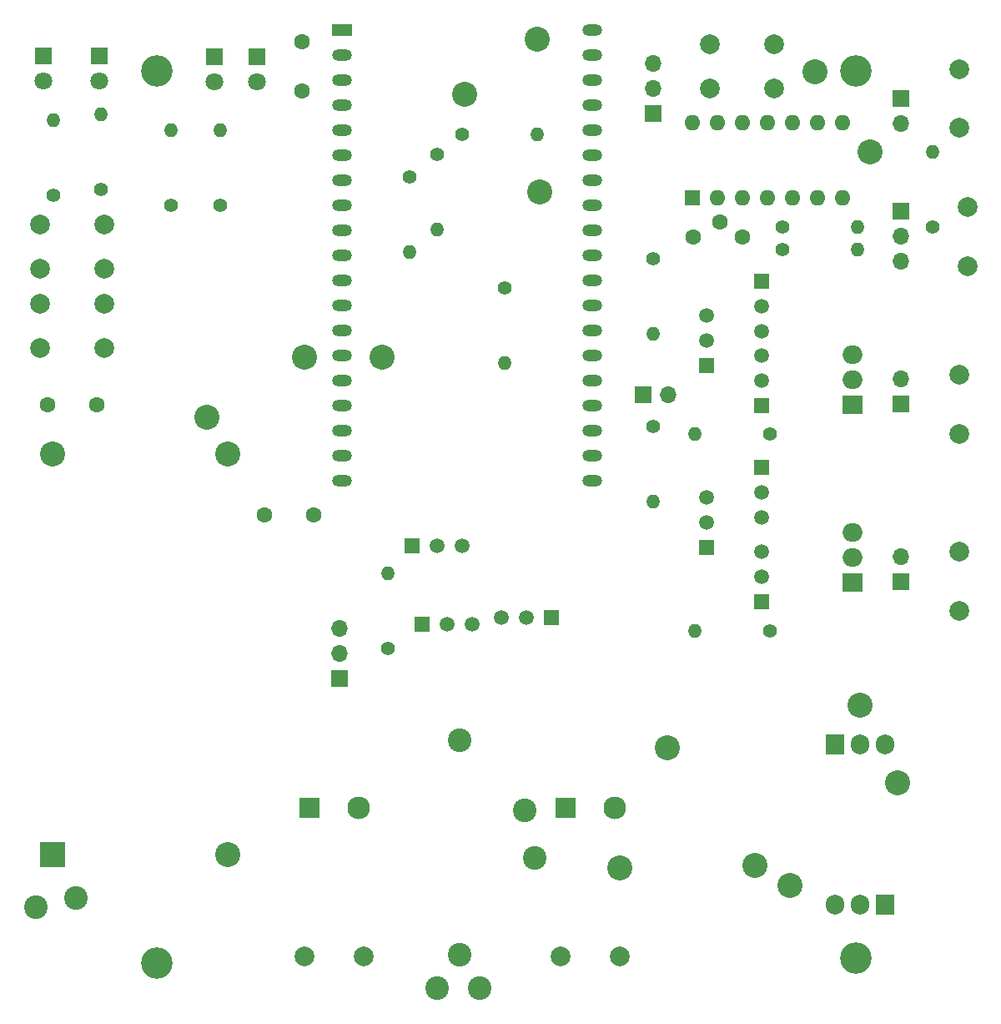
<source format=gbr>
%TF.GenerationSoftware,KiCad,Pcbnew,7.0.1-3b83917a11~172~ubuntu22.04.1*%
%TF.CreationDate,2023-05-23T10:59:46-03:00*%
%TF.ProjectId,adega_iot,61646567-615f-4696-9f74-2e6b69636164,rev?*%
%TF.SameCoordinates,Original*%
%TF.FileFunction,Soldermask,Bot*%
%TF.FilePolarity,Negative*%
%FSLAX46Y46*%
G04 Gerber Fmt 4.6, Leading zero omitted, Abs format (unit mm)*
G04 Created by KiCad (PCBNEW 7.0.1-3b83917a11~172~ubuntu22.04.1) date 2023-05-23 10:59:46*
%MOMM*%
%LPD*%
G01*
G04 APERTURE LIST*
%ADD10R,1.600000X1.600000*%
%ADD11O,1.600000X1.600000*%
%ADD12C,2.540000*%
%ADD13R,1.800000X1.800000*%
%ADD14C,1.800000*%
%ADD15R,1.500000X1.500000*%
%ADD16C,1.500000*%
%ADD17C,2.000000*%
%ADD18C,1.400000*%
%ADD19O,1.400000X1.400000*%
%ADD20C,2.400000*%
%ADD21C,1.600000*%
%ADD22R,1.700000X1.700000*%
%ADD23O,1.700000X1.700000*%
%ADD24C,3.200000*%
%ADD25R,2.000000X1.905000*%
%ADD26O,2.000000X1.905000*%
%ADD27R,2.100000X2.100000*%
%ADD28C,2.300000*%
%ADD29R,2.000000X1.200000*%
%ADD30O,2.000000X1.200000*%
%ADD31R,2.540000X2.540000*%
%ADD32R,1.905000X2.000000*%
%ADD33O,1.905000X2.000000*%
G04 APERTURE END LIST*
D10*
%TO.C,U1*%
X68840000Y-17875000D03*
D11*
X71380000Y-17875000D03*
X73920000Y-17875000D03*
X76460000Y-17875000D03*
X79000000Y-17875000D03*
X81540000Y-17875000D03*
X84080000Y-17875000D03*
X84080000Y-10255000D03*
X81540000Y-10255000D03*
X79000000Y-10255000D03*
X76460000Y-10255000D03*
X73920000Y-10255000D03*
X71380000Y-10255000D03*
X68840000Y-10255000D03*
%TD*%
D12*
%TO.C,*%
X66316000Y-73660000D03*
%TD*%
D13*
%TO.C,D2*%
X8658000Y-3523440D03*
D14*
X8658000Y-6063440D03*
%TD*%
D15*
%TO.C,Q5*%
X54540000Y-60460000D03*
D16*
X52000000Y-60460000D03*
X49460000Y-60460000D03*
%TD*%
D12*
%TO.C,*%
X89684000Y-77216000D03*
%TD*%
%TO.C,*%
X29486000Y-34036000D03*
%TD*%
D17*
%TO.C,H1*%
X96000000Y-10820000D03*
%TD*%
%TO.C,SW3*%
X77186000Y-6822000D03*
X70686000Y-6822000D03*
X77186000Y-2322000D03*
X70686000Y-2322000D03*
%TD*%
%TO.C,H8*%
X35500000Y-94820000D03*
%TD*%
D18*
%TO.C,R11*%
X76730000Y-61875000D03*
D19*
X69110000Y-61875000D03*
%TD*%
D18*
%TO.C,R12*%
X64920000Y-24065000D03*
D19*
X64920000Y-31685000D03*
%TD*%
D12*
%TO.C,*%
X19580000Y-40132000D03*
%TD*%
%TO.C,*%
X45742000Y-7366000D03*
%TD*%
D20*
%TO.C,*%
X52854000Y-84836000D03*
%TD*%
D12*
%TO.C,*%
X53362000Y-17272000D03*
%TD*%
D15*
%TO.C,Q10*%
X70280000Y-53415000D03*
D16*
X70280000Y-50875000D03*
X70280000Y-48335000D03*
%TD*%
D15*
%TO.C,Q8*%
X70280000Y-34955000D03*
D16*
X70280000Y-32415000D03*
X70280000Y-29875000D03*
%TD*%
D21*
%TO.C,*%
X71650000Y-20320000D03*
%TD*%
D17*
%TO.C,H4*%
X96796000Y-18820000D03*
%TD*%
%TO.C,H12*%
X96000000Y-59820000D03*
%TD*%
D18*
%TO.C,R3*%
X4060000Y-17685000D03*
D19*
X4060000Y-10065000D03*
%TD*%
D12*
%TO.C,*%
X81302000Y-5080000D03*
%TD*%
D18*
%TO.C,R10*%
X76730000Y-41875000D03*
D19*
X69110000Y-41875000D03*
%TD*%
D18*
%TO.C,R4*%
X8820000Y-17010000D03*
D19*
X8820000Y-9390000D03*
%TD*%
D17*
%TO.C,H6*%
X55500000Y-94820000D03*
%TD*%
D15*
%TO.C,Q6*%
X75920000Y-38955000D03*
D16*
X75920000Y-36415000D03*
X75920000Y-33875000D03*
%TD*%
D12*
%TO.C,*%
X86890000Y-13208000D03*
%TD*%
D18*
%TO.C,R2*%
X42948000Y-13462000D03*
D19*
X42948000Y-21082000D03*
%TD*%
D15*
%TO.C,Q11*%
X75920000Y-45255000D03*
D16*
X75920000Y-47795000D03*
X75920000Y-50335000D03*
%TD*%
D18*
%TO.C,R16*%
X93240000Y-20828000D03*
D19*
X93240000Y-13208000D03*
%TD*%
D12*
%TO.C,*%
X53108000Y-1778000D03*
%TD*%
D22*
%TO.C,J1*%
X90000000Y-19280000D03*
D23*
X90000000Y-21820000D03*
X90000000Y-24360000D03*
%TD*%
D17*
%TO.C,H5*%
X29500000Y-94820000D03*
%TD*%
D20*
%TO.C,*%
X2220000Y-89900000D03*
%TD*%
D24*
%TO.C,H15*%
X85500000Y-95000000D03*
%TD*%
D17*
%TO.C,H2*%
X96796000Y-24820000D03*
%TD*%
D22*
%TO.C,J6*%
X64920000Y-9360000D03*
D23*
X64920000Y-6820000D03*
X64920000Y-4280000D03*
%TD*%
D13*
%TO.C,D3*%
X20342000Y-3551000D03*
D14*
X20342000Y-6091000D03*
%TD*%
D18*
%TO.C,R6*%
X20920000Y-18685000D03*
D19*
X20920000Y-11065000D03*
%TD*%
D25*
%TO.C,Q13*%
X85112000Y-56896000D03*
D26*
X85112000Y-54356000D03*
X85112000Y-51816000D03*
%TD*%
D22*
%TO.C,J9*%
X90000000Y-56820000D03*
D23*
X90000000Y-54280000D03*
%TD*%
D17*
%TO.C,SW2*%
X9170000Y-25125000D03*
X2670000Y-25125000D03*
X9170000Y-20625000D03*
X2670000Y-20625000D03*
%TD*%
D21*
%TO.C,C3*%
X3420000Y-38875000D03*
X8420000Y-38875000D03*
%TD*%
D27*
%TO.C,J3*%
X30042500Y-79820000D03*
D28*
X35042500Y-79820000D03*
%TD*%
D12*
%TO.C,*%
X78762000Y-87630000D03*
%TD*%
D21*
%TO.C,C2*%
X29232000Y-2072000D03*
X29232000Y-7072000D03*
%TD*%
D25*
%TO.C,Q12*%
X85112000Y-38862000D03*
D26*
X85112000Y-36322000D03*
X85112000Y-33782000D03*
%TD*%
D18*
%TO.C,R9*%
X49806000Y-27010000D03*
D19*
X49806000Y-34630000D03*
%TD*%
D22*
%TO.C,J10*%
X63920000Y-37875000D03*
D23*
X66460000Y-37875000D03*
%TD*%
D20*
%TO.C,*%
X42948000Y-98044000D03*
%TD*%
D18*
%TO.C,R14*%
X78000000Y-23114000D03*
D19*
X85620000Y-23114000D03*
%TD*%
D24*
%TO.C,H16*%
X14500000Y-95500000D03*
%TD*%
D17*
%TO.C,H11*%
X96000000Y-35820000D03*
%TD*%
D20*
%TO.C,*%
X47266000Y-98044000D03*
%TD*%
D15*
%TO.C,Q4*%
X40460000Y-53180000D03*
D16*
X43000000Y-53180000D03*
X45540000Y-53180000D03*
%TD*%
D18*
%TO.C,R8*%
X38000000Y-63630000D03*
D19*
X38000000Y-56010000D03*
%TD*%
D17*
%TO.C,SW1*%
X9170000Y-33125000D03*
X2670000Y-33125000D03*
X9170000Y-28625000D03*
X2670000Y-28625000D03*
%TD*%
D12*
%TO.C,*%
X37360000Y-34036000D03*
%TD*%
D15*
%TO.C,Q7*%
X75920000Y-58875000D03*
D16*
X75920000Y-56335000D03*
X75920000Y-53795000D03*
%TD*%
D29*
%TO.C,U2*%
X33300000Y-916560D03*
D30*
X33300000Y-3456560D03*
X33300000Y-5996560D03*
X33300000Y-8536560D03*
X33300000Y-11076560D03*
X33300000Y-13616560D03*
X33300000Y-16156560D03*
X33300000Y-18696560D03*
X33300000Y-21236560D03*
X33300000Y-23776560D03*
X33300000Y-26316560D03*
X33300000Y-28856560D03*
X33300000Y-31396560D03*
X33300000Y-33936560D03*
X33300000Y-36476560D03*
X33300000Y-39016560D03*
X33300000Y-41556560D03*
X33300000Y-44096560D03*
X33300000Y-46636560D03*
X58696320Y-46633840D03*
X58696320Y-44093840D03*
X58700000Y-41556560D03*
X58700000Y-39016560D03*
X58700000Y-36476560D03*
X58700000Y-33936560D03*
X58700000Y-31396560D03*
X58700000Y-28856560D03*
X58700000Y-26316560D03*
X58700000Y-23776560D03*
X58700000Y-21236560D03*
X58700000Y-18696560D03*
X58700000Y-16156560D03*
X58700000Y-13616560D03*
X58700000Y-11076560D03*
X58700000Y-8536560D03*
X58700000Y-5996560D03*
X58700000Y-3456560D03*
X58700000Y-916560D03*
%TD*%
D31*
%TO.C,U3*%
X3920000Y-84515000D03*
D12*
X21700000Y-84515000D03*
X21700000Y-43875000D03*
X3920000Y-43875000D03*
%TD*%
D18*
%TO.C,R1*%
X40154000Y-15748000D03*
D19*
X40154000Y-23368000D03*
%TD*%
D17*
%TO.C,H3*%
X96000000Y-4820000D03*
%TD*%
D22*
%TO.C,J4*%
X33020000Y-66705000D03*
D23*
X33020000Y-64165000D03*
X33020000Y-61625000D03*
%TD*%
D18*
%TO.C,R5*%
X15920000Y-18685000D03*
D19*
X15920000Y-11065000D03*
%TD*%
D12*
%TO.C,*%
X61490000Y-85852000D03*
%TD*%
D20*
%TO.C,*%
X51838000Y-80010000D03*
%TD*%
D22*
%TO.C,J8*%
X90000000Y-38820000D03*
D23*
X90000000Y-36280000D03*
%TD*%
D20*
%TO.C,F1*%
X45237500Y-94720000D03*
X45237500Y-72920000D03*
%TD*%
D21*
%TO.C,C1*%
X30462000Y-50038000D03*
X25462000Y-50038000D03*
%TD*%
D15*
%TO.C,Q1*%
X41460000Y-61180000D03*
D16*
X44000000Y-61180000D03*
X46540000Y-61180000D03*
%TD*%
D27*
%TO.C,J7*%
X56000000Y-79820000D03*
D28*
X61000000Y-79820000D03*
%TD*%
D18*
%TO.C,R15*%
X45488000Y-11430000D03*
D19*
X53108000Y-11430000D03*
%TD*%
D20*
%TO.C,*%
X6320000Y-88900000D03*
%TD*%
D12*
%TO.C,*%
X75206000Y-85598000D03*
%TD*%
D21*
%TO.C,C4*%
X73965000Y-21875000D03*
X68965000Y-21875000D03*
%TD*%
D24*
%TO.C,H13*%
X14500000Y-5000000D03*
%TD*%
D18*
%TO.C,R13*%
X64920000Y-41065000D03*
D19*
X64920000Y-48685000D03*
%TD*%
D24*
%TO.C,H14*%
X85500000Y-5000000D03*
%TD*%
D18*
%TO.C,R7*%
X78000000Y-20828000D03*
D19*
X85620000Y-20828000D03*
%TD*%
D12*
%TO.C,*%
X85874000Y-69342000D03*
%TD*%
D13*
%TO.C,D1*%
X3000000Y-3523440D03*
D14*
X3000000Y-6063440D03*
%TD*%
D32*
%TO.C,Q3*%
X88460000Y-89610000D03*
D33*
X85920000Y-89610000D03*
X83380000Y-89610000D03*
%TD*%
D17*
%TO.C,H10*%
X96000000Y-53820000D03*
%TD*%
D22*
%TO.C,J2*%
X90000000Y-7820000D03*
D23*
X90000000Y-10360000D03*
%TD*%
D17*
%TO.C,H7*%
X61500000Y-94820000D03*
%TD*%
D15*
%TO.C,Q9*%
X75920000Y-26335000D03*
D16*
X75920000Y-28875000D03*
X75920000Y-31415000D03*
%TD*%
D32*
%TO.C,Q2*%
X83380000Y-73320000D03*
D33*
X85920000Y-73320000D03*
X88460000Y-73320000D03*
%TD*%
D13*
%TO.C,D4*%
X24660000Y-3551000D03*
D14*
X24660000Y-6091000D03*
%TD*%
D17*
%TO.C,H9*%
X96000000Y-41820000D03*
%TD*%
M02*

</source>
